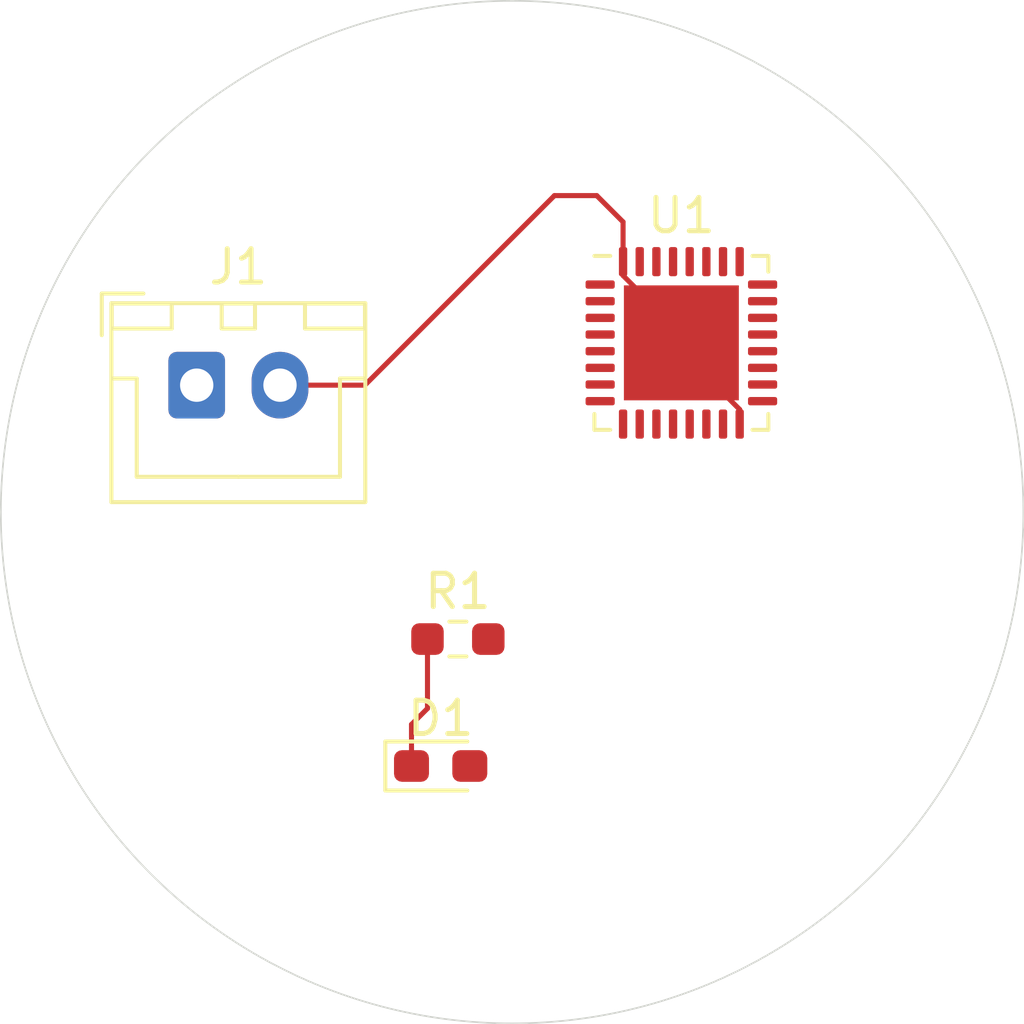
<source format=kicad_pcb>
(kicad_pcb (version 20171130) (host pcbnew 5.1.9-73d0e3b20d~88~ubuntu18.04.1)

  (general
    (thickness 1.6)
    (drawings 1)
    (tracks 14)
    (zones 0)
    (modules 4)
    (nets 31)
  )

  (page A4)
  (layers
    (0 F.Cu signal)
    (31 B.Cu signal)
    (32 B.Adhes user)
    (33 F.Adhes user)
    (34 B.Paste user)
    (35 F.Paste user)
    (36 B.SilkS user)
    (37 F.SilkS user)
    (38 B.Mask user)
    (39 F.Mask user)
    (40 Dwgs.User user)
    (41 Cmts.User user)
    (42 Eco1.User user)
    (43 Eco2.User user)
    (44 Edge.Cuts user)
    (45 Margin user)
    (46 B.CrtYd user)
    (47 F.CrtYd user)
    (48 B.Fab user)
    (49 F.Fab user)
  )

  (setup
    (last_trace_width 0.1524)
    (user_trace_width 0.1524)
    (trace_clearance 0.2)
    (zone_clearance 0.508)
    (zone_45_only no)
    (trace_min 0.1524)
    (via_size 0.8)
    (via_drill 0.4)
    (via_min_size 0.508)
    (via_min_drill 0.254)
    (user_via 0.508 0.254)
    (uvia_size 0.3)
    (uvia_drill 0.1)
    (uvias_allowed no)
    (uvia_min_size 0.2)
    (uvia_min_drill 0.1)
    (edge_width 0.05)
    (segment_width 0.2)
    (pcb_text_width 0.3)
    (pcb_text_size 1.5 1.5)
    (mod_edge_width 0.12)
    (mod_text_size 1 1)
    (mod_text_width 0.15)
    (pad_size 1.524 1.524)
    (pad_drill 0.762)
    (pad_to_mask_clearance 0)
    (aux_axis_origin 0 0)
    (visible_elements FFFFFF7F)
    (pcbplotparams
      (layerselection 0x010fc_ffffffff)
      (usegerberextensions false)
      (usegerberattributes true)
      (usegerberadvancedattributes true)
      (creategerberjobfile true)
      (excludeedgelayer true)
      (linewidth 0.100000)
      (plotframeref false)
      (viasonmask false)
      (mode 1)
      (useauxorigin false)
      (hpglpennumber 1)
      (hpglpenspeed 20)
      (hpglpendiameter 15.000000)
      (psnegative false)
      (psa4output false)
      (plotreference true)
      (plotvalue true)
      (plotinvisibletext false)
      (padsonsilk false)
      (subtractmaskfromsilk false)
      (outputformat 1)
      (mirror false)
      (drillshape 1)
      (scaleselection 1)
      (outputdirectory ""))
  )

  (net 0 "")
  (net 1 "Net-(D1-Pad1)")
  (net 2 +3V3)
  (net 3 GND)
  (net 4 "Net-(R1-Pad2)")
  (net 5 "Net-(U1-Pad2)")
  (net 6 "Net-(U1-Pad3)")
  (net 7 "Net-(U1-Pad4)")
  (net 8 "Net-(U1-Pad7)")
  (net 9 "Net-(U1-Pad8)")
  (net 10 "Net-(U1-Pad9)")
  (net 11 "Net-(U1-Pad10)")
  (net 12 "Net-(U1-Pad11)")
  (net 13 "Net-(U1-Pad12)")
  (net 14 "Net-(U1-Pad13)")
  (net 15 "Net-(U1-Pad14)")
  (net 16 "Net-(U1-Pad15)")
  (net 17 "Net-(U1-Pad18)")
  (net 18 "Net-(U1-Pad19)")
  (net 19 "Net-(U1-Pad20)")
  (net 20 "Net-(U1-Pad21)")
  (net 21 "Net-(U1-Pad22)")
  (net 22 "Net-(U1-Pad23)")
  (net 23 "Net-(U1-Pad24)")
  (net 24 "Net-(U1-Pad25)")
  (net 25 "Net-(U1-Pad26)")
  (net 26 "Net-(U1-Pad27)")
  (net 27 "Net-(U1-Pad28)")
  (net 28 "Net-(U1-Pad29)")
  (net 29 "Net-(U1-Pad30)")
  (net 30 "Net-(U1-Pad31)")

  (net_class Default "This is the default net class."
    (clearance 0.2)
    (trace_width 0.25)
    (via_dia 0.8)
    (via_drill 0.4)
    (uvia_dia 0.3)
    (uvia_drill 0.1)
    (add_net +3V3)
    (add_net GND)
    (add_net "Net-(D1-Pad1)")
    (add_net "Net-(R1-Pad2)")
    (add_net "Net-(U1-Pad10)")
    (add_net "Net-(U1-Pad11)")
    (add_net "Net-(U1-Pad12)")
    (add_net "Net-(U1-Pad13)")
    (add_net "Net-(U1-Pad14)")
    (add_net "Net-(U1-Pad15)")
    (add_net "Net-(U1-Pad18)")
    (add_net "Net-(U1-Pad19)")
    (add_net "Net-(U1-Pad2)")
    (add_net "Net-(U1-Pad20)")
    (add_net "Net-(U1-Pad21)")
    (add_net "Net-(U1-Pad22)")
    (add_net "Net-(U1-Pad23)")
    (add_net "Net-(U1-Pad24)")
    (add_net "Net-(U1-Pad25)")
    (add_net "Net-(U1-Pad26)")
    (add_net "Net-(U1-Pad27)")
    (add_net "Net-(U1-Pad28)")
    (add_net "Net-(U1-Pad29)")
    (add_net "Net-(U1-Pad3)")
    (add_net "Net-(U1-Pad30)")
    (add_net "Net-(U1-Pad31)")
    (add_net "Net-(U1-Pad4)")
    (add_net "Net-(U1-Pad7)")
    (add_net "Net-(U1-Pad8)")
    (add_net "Net-(U1-Pad9)")
  )

  (module LED_SMD:LED_0603_1608Metric_Pad1.05x0.95mm_HandSolder (layer F.Cu) (tedit 5F68FEF1) (tstamp 605D5557)
    (at 148.985 102.87)
    (descr "LED SMD 0603 (1608 Metric), square (rectangular) end terminal, IPC_7351 nominal, (Body size source: http://www.tortai-tech.com/upload/download/2011102023233369053.pdf), generated with kicad-footprint-generator")
    (tags "LED handsolder")
    (path /605CFC1F)
    (attr smd)
    (fp_text reference D1 (at 0 -1.43) (layer F.SilkS)
      (effects (font (size 1 1) (thickness 0.15)))
    )
    (fp_text value LED (at 0 1.43) (layer F.Fab)
      (effects (font (size 1 1) (thickness 0.15)))
    )
    (fp_line (start 1.65 0.73) (end -1.65 0.73) (layer F.CrtYd) (width 0.05))
    (fp_line (start 1.65 -0.73) (end 1.65 0.73) (layer F.CrtYd) (width 0.05))
    (fp_line (start -1.65 -0.73) (end 1.65 -0.73) (layer F.CrtYd) (width 0.05))
    (fp_line (start -1.65 0.73) (end -1.65 -0.73) (layer F.CrtYd) (width 0.05))
    (fp_line (start -1.66 0.735) (end 0.8 0.735) (layer F.SilkS) (width 0.12))
    (fp_line (start -1.66 -0.735) (end -1.66 0.735) (layer F.SilkS) (width 0.12))
    (fp_line (start 0.8 -0.735) (end -1.66 -0.735) (layer F.SilkS) (width 0.12))
    (fp_line (start 0.8 0.4) (end 0.8 -0.4) (layer F.Fab) (width 0.1))
    (fp_line (start -0.8 0.4) (end 0.8 0.4) (layer F.Fab) (width 0.1))
    (fp_line (start -0.8 -0.1) (end -0.8 0.4) (layer F.Fab) (width 0.1))
    (fp_line (start -0.5 -0.4) (end -0.8 -0.1) (layer F.Fab) (width 0.1))
    (fp_line (start 0.8 -0.4) (end -0.5 -0.4) (layer F.Fab) (width 0.1))
    (fp_text user %R (at 0 0) (layer F.Fab)
      (effects (font (size 0.4 0.4) (thickness 0.06)))
    )
    (pad 1 smd roundrect (at -0.875 0) (size 1.05 0.95) (layers F.Cu F.Paste F.Mask) (roundrect_rratio 0.25)
      (net 1 "Net-(D1-Pad1)"))
    (pad 2 smd roundrect (at 0.875 0) (size 1.05 0.95) (layers F.Cu F.Paste F.Mask) (roundrect_rratio 0.25)
      (net 2 +3V3))
    (model ${KISYS3DMOD}/LED_SMD.3dshapes/LED_0603_1608Metric.wrl
      (at (xyz 0 0 0))
      (scale (xyz 1 1 1))
      (rotate (xyz 0 0 0))
    )
  )

  (module Connector_JST:JST_XH_B2B-XH-A_1x02_P2.50mm_Vertical (layer F.Cu) (tedit 5C28146C) (tstamp 605D51CC)
    (at 141.66342 91.44)
    (descr "JST XH series connector, B2B-XH-A (http://www.jst-mfg.com/product/pdf/eng/eXH.pdf), generated with kicad-footprint-generator")
    (tags "connector JST XH vertical")
    (path /605E4B46)
    (fp_text reference J1 (at 1.25 -3.55) (layer F.SilkS)
      (effects (font (size 1 1) (thickness 0.15)))
    )
    (fp_text value Conn_01x02_Male (at 1.25 4.6) (layer F.Fab)
      (effects (font (size 1 1) (thickness 0.15)))
    )
    (fp_line (start -2.85 -2.75) (end -2.85 -1.5) (layer F.SilkS) (width 0.12))
    (fp_line (start -1.6 -2.75) (end -2.85 -2.75) (layer F.SilkS) (width 0.12))
    (fp_line (start 4.3 2.75) (end 1.25 2.75) (layer F.SilkS) (width 0.12))
    (fp_line (start 4.3 -0.2) (end 4.3 2.75) (layer F.SilkS) (width 0.12))
    (fp_line (start 5.05 -0.2) (end 4.3 -0.2) (layer F.SilkS) (width 0.12))
    (fp_line (start -1.8 2.75) (end 1.25 2.75) (layer F.SilkS) (width 0.12))
    (fp_line (start -1.8 -0.2) (end -1.8 2.75) (layer F.SilkS) (width 0.12))
    (fp_line (start -2.55 -0.2) (end -1.8 -0.2) (layer F.SilkS) (width 0.12))
    (fp_line (start 5.05 -2.45) (end 3.25 -2.45) (layer F.SilkS) (width 0.12))
    (fp_line (start 5.05 -1.7) (end 5.05 -2.45) (layer F.SilkS) (width 0.12))
    (fp_line (start 3.25 -1.7) (end 5.05 -1.7) (layer F.SilkS) (width 0.12))
    (fp_line (start 3.25 -2.45) (end 3.25 -1.7) (layer F.SilkS) (width 0.12))
    (fp_line (start -0.75 -2.45) (end -2.55 -2.45) (layer F.SilkS) (width 0.12))
    (fp_line (start -0.75 -1.7) (end -0.75 -2.45) (layer F.SilkS) (width 0.12))
    (fp_line (start -2.55 -1.7) (end -0.75 -1.7) (layer F.SilkS) (width 0.12))
    (fp_line (start -2.55 -2.45) (end -2.55 -1.7) (layer F.SilkS) (width 0.12))
    (fp_line (start 1.75 -2.45) (end 0.75 -2.45) (layer F.SilkS) (width 0.12))
    (fp_line (start 1.75 -1.7) (end 1.75 -2.45) (layer F.SilkS) (width 0.12))
    (fp_line (start 0.75 -1.7) (end 1.75 -1.7) (layer F.SilkS) (width 0.12))
    (fp_line (start 0.75 -2.45) (end 0.75 -1.7) (layer F.SilkS) (width 0.12))
    (fp_line (start 0 -1.35) (end 0.625 -2.35) (layer F.Fab) (width 0.1))
    (fp_line (start -0.625 -2.35) (end 0 -1.35) (layer F.Fab) (width 0.1))
    (fp_line (start 5.45 -2.85) (end -2.95 -2.85) (layer F.CrtYd) (width 0.05))
    (fp_line (start 5.45 3.9) (end 5.45 -2.85) (layer F.CrtYd) (width 0.05))
    (fp_line (start -2.95 3.9) (end 5.45 3.9) (layer F.CrtYd) (width 0.05))
    (fp_line (start -2.95 -2.85) (end -2.95 3.9) (layer F.CrtYd) (width 0.05))
    (fp_line (start 5.06 -2.46) (end -2.56 -2.46) (layer F.SilkS) (width 0.12))
    (fp_line (start 5.06 3.51) (end 5.06 -2.46) (layer F.SilkS) (width 0.12))
    (fp_line (start -2.56 3.51) (end 5.06 3.51) (layer F.SilkS) (width 0.12))
    (fp_line (start -2.56 -2.46) (end -2.56 3.51) (layer F.SilkS) (width 0.12))
    (fp_line (start 4.95 -2.35) (end -2.45 -2.35) (layer F.Fab) (width 0.1))
    (fp_line (start 4.95 3.4) (end 4.95 -2.35) (layer F.Fab) (width 0.1))
    (fp_line (start -2.45 3.4) (end 4.95 3.4) (layer F.Fab) (width 0.1))
    (fp_line (start -2.45 -2.35) (end -2.45 3.4) (layer F.Fab) (width 0.1))
    (fp_text user %R (at 1.25 2.7) (layer F.Fab)
      (effects (font (size 1 1) (thickness 0.15)))
    )
    (pad 1 thru_hole roundrect (at 0 0) (size 1.7 2) (drill 1) (layers *.Cu *.Mask) (roundrect_rratio 0.147059)
      (net 2 +3V3))
    (pad 2 thru_hole oval (at 2.5 0) (size 1.7 2) (drill 1) (layers *.Cu *.Mask)
      (net 3 GND))
    (model ${KISYS3DMOD}/Connector_JST.3dshapes/JST_XH_B2B-XH-A_1x02_P2.50mm_Vertical.wrl
      (at (xyz 0 0 0))
      (scale (xyz 1 1 1))
      (rotate (xyz 0 0 0))
    )
  )

  (module Resistor_SMD:R_0603_1608Metric_Pad0.98x0.95mm_HandSolder (layer F.Cu) (tedit 5F68FEEE) (tstamp 605D4AFC)
    (at 149.5025 99.06)
    (descr "Resistor SMD 0603 (1608 Metric), square (rectangular) end terminal, IPC_7351 nominal with elongated pad for handsoldering. (Body size source: IPC-SM-782 page 72, https://www.pcb-3d.com/wordpress/wp-content/uploads/ipc-sm-782a_amendment_1_and_2.pdf), generated with kicad-footprint-generator")
    (tags "resistor handsolder")
    (path /605D155B)
    (attr smd)
    (fp_text reference R1 (at 0 -1.43) (layer F.SilkS)
      (effects (font (size 1 1) (thickness 0.15)))
    )
    (fp_text value 470 (at 0 1.43) (layer F.Fab)
      (effects (font (size 1 1) (thickness 0.15)))
    )
    (fp_line (start 1.65 0.73) (end -1.65 0.73) (layer F.CrtYd) (width 0.05))
    (fp_line (start 1.65 -0.73) (end 1.65 0.73) (layer F.CrtYd) (width 0.05))
    (fp_line (start -1.65 -0.73) (end 1.65 -0.73) (layer F.CrtYd) (width 0.05))
    (fp_line (start -1.65 0.73) (end -1.65 -0.73) (layer F.CrtYd) (width 0.05))
    (fp_line (start -0.254724 0.5225) (end 0.254724 0.5225) (layer F.SilkS) (width 0.12))
    (fp_line (start -0.254724 -0.5225) (end 0.254724 -0.5225) (layer F.SilkS) (width 0.12))
    (fp_line (start 0.8 0.4125) (end -0.8 0.4125) (layer F.Fab) (width 0.1))
    (fp_line (start 0.8 -0.4125) (end 0.8 0.4125) (layer F.Fab) (width 0.1))
    (fp_line (start -0.8 -0.4125) (end 0.8 -0.4125) (layer F.Fab) (width 0.1))
    (fp_line (start -0.8 0.4125) (end -0.8 -0.4125) (layer F.Fab) (width 0.1))
    (fp_text user %R (at 0 0) (layer F.Fab)
      (effects (font (size 0.4 0.4) (thickness 0.06)))
    )
    (pad 1 smd roundrect (at -0.9125 0) (size 0.975 0.95) (layers F.Cu F.Paste F.Mask) (roundrect_rratio 0.25)
      (net 1 "Net-(D1-Pad1)"))
    (pad 2 smd roundrect (at 0.9125 0) (size 0.975 0.95) (layers F.Cu F.Paste F.Mask) (roundrect_rratio 0.25)
      (net 4 "Net-(R1-Pad2)"))
    (model ${KISYS3DMOD}/Resistor_SMD.3dshapes/R_0603_1608Metric.wrl
      (at (xyz 0 0 0))
      (scale (xyz 1 1 1))
      (rotate (xyz 0 0 0))
    )
  )

  (module Package_DFN_QFN:QFN-32-1EP_5x5mm_P0.5mm_EP3.45x3.45mm (layer F.Cu) (tedit 5DC5F6A4) (tstamp 605D5466)
    (at 156.21 90.17)
    (descr "QFN, 32 Pin (http://www.analog.com/media/en/package-pcb-resources/package/pkg_pdf/ltc-legacy-qfn/QFN_32_05-08-1693.pdf), generated with kicad-footprint-generator ipc_noLead_generator.py")
    (tags "QFN NoLead")
    (path /605CEBA0)
    (attr smd)
    (fp_text reference U1 (at 0 -3.82) (layer F.SilkS)
      (effects (font (size 1 1) (thickness 0.15)))
    )
    (fp_text value STM32L432KCUx (at 0 3.82) (layer F.Fab)
      (effects (font (size 1 1) (thickness 0.15)))
    )
    (fp_line (start 3.12 -3.12) (end -3.12 -3.12) (layer F.CrtYd) (width 0.05))
    (fp_line (start 3.12 3.12) (end 3.12 -3.12) (layer F.CrtYd) (width 0.05))
    (fp_line (start -3.12 3.12) (end 3.12 3.12) (layer F.CrtYd) (width 0.05))
    (fp_line (start -3.12 -3.12) (end -3.12 3.12) (layer F.CrtYd) (width 0.05))
    (fp_line (start -2.5 -1.5) (end -1.5 -2.5) (layer F.Fab) (width 0.1))
    (fp_line (start -2.5 2.5) (end -2.5 -1.5) (layer F.Fab) (width 0.1))
    (fp_line (start 2.5 2.5) (end -2.5 2.5) (layer F.Fab) (width 0.1))
    (fp_line (start 2.5 -2.5) (end 2.5 2.5) (layer F.Fab) (width 0.1))
    (fp_line (start -1.5 -2.5) (end 2.5 -2.5) (layer F.Fab) (width 0.1))
    (fp_line (start -2.135 -2.61) (end -2.61 -2.61) (layer F.SilkS) (width 0.12))
    (fp_line (start 2.61 2.61) (end 2.61 2.135) (layer F.SilkS) (width 0.12))
    (fp_line (start 2.135 2.61) (end 2.61 2.61) (layer F.SilkS) (width 0.12))
    (fp_line (start -2.61 2.61) (end -2.61 2.135) (layer F.SilkS) (width 0.12))
    (fp_line (start -2.135 2.61) (end -2.61 2.61) (layer F.SilkS) (width 0.12))
    (fp_line (start 2.61 -2.61) (end 2.61 -2.135) (layer F.SilkS) (width 0.12))
    (fp_line (start 2.135 -2.61) (end 2.61 -2.61) (layer F.SilkS) (width 0.12))
    (fp_text user %R (at 0 0) (layer F.Fab)
      (effects (font (size 1 1) (thickness 0.15)))
    )
    (pad 1 smd roundrect (at -2.4375 -1.75) (size 0.875 0.25) (layers F.Cu F.Paste F.Mask) (roundrect_rratio 0.25)
      (net 2 +3V3))
    (pad 2 smd roundrect (at -2.4375 -1.25) (size 0.875 0.25) (layers F.Cu F.Paste F.Mask) (roundrect_rratio 0.25)
      (net 5 "Net-(U1-Pad2)"))
    (pad 3 smd roundrect (at -2.4375 -0.75) (size 0.875 0.25) (layers F.Cu F.Paste F.Mask) (roundrect_rratio 0.25)
      (net 6 "Net-(U1-Pad3)"))
    (pad 4 smd roundrect (at -2.4375 -0.25) (size 0.875 0.25) (layers F.Cu F.Paste F.Mask) (roundrect_rratio 0.25)
      (net 7 "Net-(U1-Pad4)"))
    (pad 5 smd roundrect (at -2.4375 0.25) (size 0.875 0.25) (layers F.Cu F.Paste F.Mask) (roundrect_rratio 0.25)
      (net 2 +3V3))
    (pad 6 smd roundrect (at -2.4375 0.75) (size 0.875 0.25) (layers F.Cu F.Paste F.Mask) (roundrect_rratio 0.25)
      (net 4 "Net-(R1-Pad2)"))
    (pad 7 smd roundrect (at -2.4375 1.25) (size 0.875 0.25) (layers F.Cu F.Paste F.Mask) (roundrect_rratio 0.25)
      (net 8 "Net-(U1-Pad7)"))
    (pad 8 smd roundrect (at -2.4375 1.75) (size 0.875 0.25) (layers F.Cu F.Paste F.Mask) (roundrect_rratio 0.25)
      (net 9 "Net-(U1-Pad8)"))
    (pad 9 smd roundrect (at -1.75 2.4375) (size 0.25 0.875) (layers F.Cu F.Paste F.Mask) (roundrect_rratio 0.25)
      (net 10 "Net-(U1-Pad9)"))
    (pad 10 smd roundrect (at -1.25 2.4375) (size 0.25 0.875) (layers F.Cu F.Paste F.Mask) (roundrect_rratio 0.25)
      (net 11 "Net-(U1-Pad10)"))
    (pad 11 smd roundrect (at -0.75 2.4375) (size 0.25 0.875) (layers F.Cu F.Paste F.Mask) (roundrect_rratio 0.25)
      (net 12 "Net-(U1-Pad11)"))
    (pad 12 smd roundrect (at -0.25 2.4375) (size 0.25 0.875) (layers F.Cu F.Paste F.Mask) (roundrect_rratio 0.25)
      (net 13 "Net-(U1-Pad12)"))
    (pad 13 smd roundrect (at 0.25 2.4375) (size 0.25 0.875) (layers F.Cu F.Paste F.Mask) (roundrect_rratio 0.25)
      (net 14 "Net-(U1-Pad13)"))
    (pad 14 smd roundrect (at 0.75 2.4375) (size 0.25 0.875) (layers F.Cu F.Paste F.Mask) (roundrect_rratio 0.25)
      (net 15 "Net-(U1-Pad14)"))
    (pad 15 smd roundrect (at 1.25 2.4375) (size 0.25 0.875) (layers F.Cu F.Paste F.Mask) (roundrect_rratio 0.25)
      (net 16 "Net-(U1-Pad15)"))
    (pad 16 smd roundrect (at 1.75 2.4375) (size 0.25 0.875) (layers F.Cu F.Paste F.Mask) (roundrect_rratio 0.25)
      (net 3 GND))
    (pad 17 smd roundrect (at 2.4375 1.75) (size 0.875 0.25) (layers F.Cu F.Paste F.Mask) (roundrect_rratio 0.25)
      (net 2 +3V3))
    (pad 18 smd roundrect (at 2.4375 1.25) (size 0.875 0.25) (layers F.Cu F.Paste F.Mask) (roundrect_rratio 0.25)
      (net 17 "Net-(U1-Pad18)"))
    (pad 19 smd roundrect (at 2.4375 0.75) (size 0.875 0.25) (layers F.Cu F.Paste F.Mask) (roundrect_rratio 0.25)
      (net 18 "Net-(U1-Pad19)"))
    (pad 20 smd roundrect (at 2.4375 0.25) (size 0.875 0.25) (layers F.Cu F.Paste F.Mask) (roundrect_rratio 0.25)
      (net 19 "Net-(U1-Pad20)"))
    (pad 21 smd roundrect (at 2.4375 -0.25) (size 0.875 0.25) (layers F.Cu F.Paste F.Mask) (roundrect_rratio 0.25)
      (net 20 "Net-(U1-Pad21)"))
    (pad 22 smd roundrect (at 2.4375 -0.75) (size 0.875 0.25) (layers F.Cu F.Paste F.Mask) (roundrect_rratio 0.25)
      (net 21 "Net-(U1-Pad22)"))
    (pad 23 smd roundrect (at 2.4375 -1.25) (size 0.875 0.25) (layers F.Cu F.Paste F.Mask) (roundrect_rratio 0.25)
      (net 22 "Net-(U1-Pad23)"))
    (pad 24 smd roundrect (at 2.4375 -1.75) (size 0.875 0.25) (layers F.Cu F.Paste F.Mask) (roundrect_rratio 0.25)
      (net 23 "Net-(U1-Pad24)"))
    (pad 25 smd roundrect (at 1.75 -2.4375) (size 0.25 0.875) (layers F.Cu F.Paste F.Mask) (roundrect_rratio 0.25)
      (net 24 "Net-(U1-Pad25)"))
    (pad 26 smd roundrect (at 1.25 -2.4375) (size 0.25 0.875) (layers F.Cu F.Paste F.Mask) (roundrect_rratio 0.25)
      (net 25 "Net-(U1-Pad26)"))
    (pad 27 smd roundrect (at 0.75 -2.4375) (size 0.25 0.875) (layers F.Cu F.Paste F.Mask) (roundrect_rratio 0.25)
      (net 26 "Net-(U1-Pad27)"))
    (pad 28 smd roundrect (at 0.25 -2.4375) (size 0.25 0.875) (layers F.Cu F.Paste F.Mask) (roundrect_rratio 0.25)
      (net 27 "Net-(U1-Pad28)"))
    (pad 29 smd roundrect (at -0.25 -2.4375) (size 0.25 0.875) (layers F.Cu F.Paste F.Mask) (roundrect_rratio 0.25)
      (net 28 "Net-(U1-Pad29)"))
    (pad 30 smd roundrect (at -0.75 -2.4375) (size 0.25 0.875) (layers F.Cu F.Paste F.Mask) (roundrect_rratio 0.25)
      (net 29 "Net-(U1-Pad30)"))
    (pad 31 smd roundrect (at -1.25 -2.4375) (size 0.25 0.875) (layers F.Cu F.Paste F.Mask) (roundrect_rratio 0.25)
      (net 30 "Net-(U1-Pad31)"))
    (pad 32 smd roundrect (at -1.75 -2.4375) (size 0.25 0.875) (layers F.Cu F.Paste F.Mask) (roundrect_rratio 0.25)
      (net 3 GND))
    (pad 33 smd rect (at 0 0) (size 3.45 3.45) (layers F.Cu F.Mask)
      (net 3 GND))
    (pad "" smd roundrect (at -1.15 -1.15) (size 0.93 0.93) (layers F.Paste) (roundrect_rratio 0.25))
    (pad "" smd roundrect (at -1.15 0) (size 0.93 0.93) (layers F.Paste) (roundrect_rratio 0.25))
    (pad "" smd roundrect (at -1.15 1.15) (size 0.93 0.93) (layers F.Paste) (roundrect_rratio 0.25))
    (pad "" smd roundrect (at 0 -1.15) (size 0.93 0.93) (layers F.Paste) (roundrect_rratio 0.25))
    (pad "" smd roundrect (at 0 0) (size 0.93 0.93) (layers F.Paste) (roundrect_rratio 0.25))
    (pad "" smd roundrect (at 0 1.15) (size 0.93 0.93) (layers F.Paste) (roundrect_rratio 0.25))
    (pad "" smd roundrect (at 1.15 -1.15) (size 0.93 0.93) (layers F.Paste) (roundrect_rratio 0.25))
    (pad "" smd roundrect (at 1.15 0) (size 0.93 0.93) (layers F.Paste) (roundrect_rratio 0.25))
    (pad "" smd roundrect (at 1.15 1.15) (size 0.93 0.93) (layers F.Paste) (roundrect_rratio 0.25))
    (model ${KISYS3DMOD}/Package_DFN_QFN.3dshapes/QFN-32-1EP_5x5mm_P0.5mm_EP3.45x3.45mm.wrl
      (at (xyz 0 0 0))
      (scale (xyz 1 1 1))
      (rotate (xyz 0 0 0))
    )
  )

  (gr_circle (center 151.13 95.25) (end 137.16 88.9) (layer Edge.Cuts) (width 0.05))

  (segment (start 148.59 99.06) (end 148.59 101.1428) (width 0.1524) (layer F.Cu) (net 1))
  (segment (start 148.11 101.6228) (end 148.11 102.87) (width 0.1524) (layer F.Cu) (net 1))
  (segment (start 148.59 101.1428) (end 148.11 101.6228) (width 0.1524) (layer F.Cu) (net 1))
  (segment (start 154.46 87.7325) (end 154.46 86.5404) (width 0.1524) (layer F.Cu) (net 3))
  (segment (start 154.46 86.5404) (end 153.67 85.7504) (width 0.1524) (layer F.Cu) (net 3))
  (segment (start 153.67 85.7504) (end 152.4 85.7504) (width 0.1524) (layer F.Cu) (net 3))
  (segment (start 146.7104 91.44) (end 144.16342 91.44) (width 0.1524) (layer F.Cu) (net 3))
  (segment (start 152.4 85.7504) (end 146.7104 91.44) (width 0.1524) (layer F.Cu) (net 3))
  (segment (start 156.21 90.42) (end 156.21 90.17) (width 0.1524) (layer F.Cu) (net 3))
  (segment (start 157.96 92.17) (end 156.21 90.42) (width 0.1524) (layer F.Cu) (net 3))
  (segment (start 157.96 92.6075) (end 157.96 92.17) (width 0.1524) (layer F.Cu) (net 3))
  (segment (start 154.46 88.14901) (end 154.46 87.7325) (width 0.1524) (layer F.Cu) (net 3))
  (segment (start 156.21 89.89901) (end 154.46 88.14901) (width 0.1524) (layer F.Cu) (net 3))
  (segment (start 156.21 90.17) (end 156.21 89.89901) (width 0.1524) (layer F.Cu) (net 3))

)

</source>
